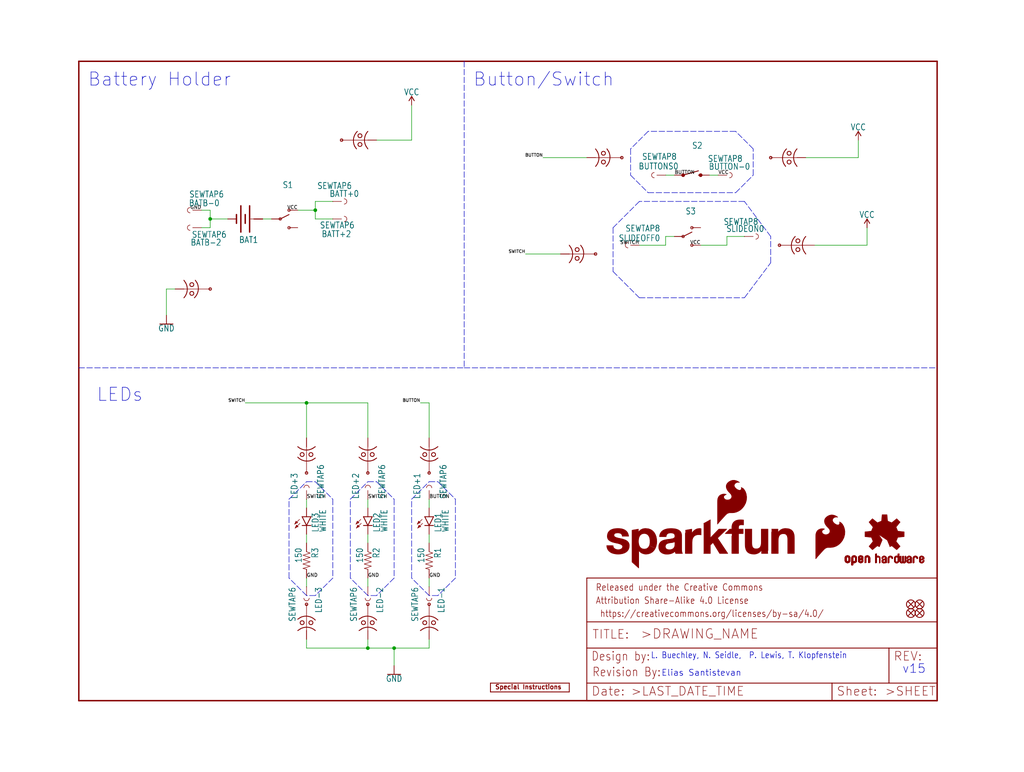
<source format=kicad_sch>
(kicad_sch (version 20211123) (generator eeschema)
  (paper "User" 297.002 223.926)
  (lib_symbols
    (symbol "eagleSchem-eagle-import:150OHM-1{slash}10W-1%(0603)"
      (property "Reference" "R" (at -3.81 1.4986 0))
      (property "Value" "150OHM-1{slash}10W-1%(0603)" (at -3.81 -3.302 0))
      (symbol "150OHM-1{slash}10W-1%(0603)_1_0"
        (pin passive line (at -5.08 0 0) (length 2.54) (name "1") (number "1"))
        (pin passive line (at 5.08 0 180) (length 2.54) (name "2") (number "2"))
      )
    )
    (symbol "eagleSchem-eagle-import:BATTERY20MM_4LEGS"
      (property "Reference" "BAT" (at -3.81 5.08 0))
      (property "Value" "BATTERY20MM_4LEGS" (at -3.81 -6.35 0))
      (symbol "BATTERY20MM_4LEGS_1_0"
        (pin power_in line (at 5.08 0 180) (length 2.54) (name "-") (number "NEGATIVE"))
        (pin power_in line (at -5.08 0 0) (length 2.54) (name "+") (number "POSITIVE@1"))
        (pin power_in line (at -5.08 0 0) (length 2.54) (name "+") (number "POSITIVE@2"))
        (pin power_in line (at -5.08 0 0) (length 2.54) (name "+") (number "POSITIVE@3"))
        (pin power_in line (at -5.08 0 0) (length 2.54) (name "+") (number "POSITIVE@4"))
      )
    )
    (symbol "eagleSchem-eagle-import:FIDUCIALUFIDUCIAL")
    (symbol "eagleSchem-eagle-import:FRAME-LETTER"
      (symbol "FRAME-LETTER_2_0"
        (text " https://creativecommons.org/licenses/by-sa/4.0/" (at 2.54 24.13 0) (effects (font (size 1.9304 1.6408)) (justify left bottom)))
        (text ">DRAWING_NAME" (at 15.494 17.78 0) (effects (font (size 2.7432 2.7432)) (justify left bottom)))
        (text ">LAST_DATE_TIME" (at 12.7 1.27 0) (effects (font (size 2.54 2.54)) (justify left bottom)))
        (text ">SHEET" (at 86.36 1.27 0) (effects (font (size 2.54 2.54)) (justify left bottom)))
        (text "Attribution Share-Alike 4.0 License" (at 2.54 27.94 0) (effects (font (size 1.9304 1.6408)) (justify left bottom)))
        (text "Date:" (at 1.27 1.27 0) (effects (font (size 2.54 2.54)) (justify left bottom)))
        (text "Design by:" (at 1.27 11.43 0) (effects (font (size 2.54 2.159)) (justify left bottom)))
        (text "Released under the Creative Commons" (at 2.54 31.75 0) (effects (font (size 1.9304 1.6408)) (justify left bottom)))
        (text "REV:" (at 88.9 11.43 0) (effects (font (size 2.54 2.54)) (justify left bottom)))
        (text "Sheet:" (at 72.39 1.27 0) (effects (font (size 2.54 2.54)) (justify left bottom)))
        (text "TITLE:" (at 1.524 17.78 0) (effects (font (size 2.54 2.54)) (justify left bottom)))
      )
    )
    (symbol "eagleSchem-eagle-import:GND" (power)
      (property "Value" "GND" (at 0 -0.254 0))
      (symbol "GND_1_0"
        (pin power_in line (at 0 2.54 270) (length 2.54) (name "GND") (number "1"))
      )
    )
    (symbol "eagleSchem-eagle-import:LED-WHITE1206"
      (property "Reference" "D" (at 3.556 -4.572 90))
      (property "Value" "LED-WHITE1206" (at 5.715 -4.572 90))
      (symbol "LED-WHITE1206_1_0"
        (pin passive line (at 0 2.54 270) (length 2.54) (name "A") (number "A"))
        (pin passive line (at 0 -5.08 90) (length 2.54) (name "C") (number "C"))
      )
    )
    (symbol "eagleSchem-eagle-import:MOUSE-BITE-12_HOLES"
      (symbol "MOUSE-BITE-12_HOLES_1_0"
        (pin bidirectional line (at -2.54 0 0) (length 2.54) (name "P$1") (number "P$1"))
      )
    )
    (symbol "eagleSchem-eagle-import:OSHW-LOGOS")
    (symbol "eagleSchem-eagle-import:REVISION"
      (symbol "REVISION_1_0"
        (text "Revision By: " (at 0 0 0) (effects (font (size 2.54 2.159)) (justify left bottom)))
      )
    )
    (symbol "eagleSchem-eagle-import:SEWTAP6"
      (property "Reference" "JP" (at -2.54 2.54 0))
      (property "Value" "SEWTAP6" (at -2.54 -5.08 0))
      (symbol "SEWTAP6_1_0"
        (pin bidirectional line (at -2.54 0 180) (length 0) (name "1") (number "1"))
      )
    )
    (symbol "eagleSchem-eagle-import:SEWTAP8"
      (property "Reference" "JP" (at -2.54 2.54 0))
      (property "Value" "SEWTAP8" (at -2.54 -5.08 0))
      (symbol "SEWTAP8_1_0"
        (pin bidirectional line (at -2.54 0 180) (length 0) (name "1") (number "1"))
      )
    )
    (symbol "eagleSchem-eagle-import:SFE_LOGO_FLAME.1_INCH")
    (symbol "eagleSchem-eagle-import:SFE_LOGO_NAME_FLAME.1_INCH")
    (symbol "eagleSchem-eagle-import:SPECIAL_INSTRUCTIONS-ORDERING"
      (symbol "SPECIAL_INSTRUCTIONS-ORDERING_1_0"
        (text "Special Instructions" (at 1.27 0.6985 0) (effects (font (size 1.27 1.27) (thickness 0.254) bold) (justify left bottom)))
      )
    )
    (symbol "eagleSchem-eagle-import:SWITCH-MOMENTARY-2SMD"
      (property "Reference" "S" (at -2.54 2.54 0))
      (property "Value" "SWITCH-MOMENTARY-2SMD" (at -2.54 -2.54 0))
      (symbol "SWITCH-MOMENTARY-2SMD_1_0"
        (pin passive line (at -5.08 0 0) (length 2.54) (name "1") (number "1"))
        (pin passive line (at 5.08 0 180) (length 2.54) (name "2") (number "3"))
      )
    )
    (symbol "eagleSchem-eagle-import:SWITCH-SPDTSMD"
      (property "Reference" "S" (at -1.905 -6.35 0))
      (property "Value" "SWITCH-SPDTSMD" (at -2.54 3.81 0))
      (symbol "SWITCH-SPDTSMD_1_0"
        (pin passive line (at 5.08 2.54 180) (length 2.54) (name "O") (number "1"))
        (pin passive line (at -2.54 0 0) (length 2.54) (name "P") (number "2"))
        (pin passive line (at 5.08 -2.54 180) (length 2.54) (name "S") (number "3"))
      )
    )
    (symbol "eagleSchem-eagle-import:VCC" (power)
      (property "Value" "VCC" (at 0 2.794 0))
      (symbol "VCC_1_0"
        (pin power_in line (at 0 0 90) (length 2.54) (name "VCC") (number "1"))
      )
    )
  )
  (junction (at 91.44 60.96))
  (junction (at 106.68 187.96))
  (junction (at 114.3 187.96))
  (junction (at 60.96 63.5))
  (junction (at 88.9 116.84))
  (polyline (pts (xy 134.62 17.78) (xy 134.62 106.68)))
  (wire (pts (xy 251.46 71.12) (xy 251.46 66.04)))
  (polyline (pts (xy 213.36 38.1) (xy 187.96 38.1)))
  (wire (pts (xy 88.9 144.78) (xy 88.9 147.32)))
  (wire (pts (xy 106.68 187.96) (xy 114.3 187.96)))
  (wire (pts (xy 66.04 63.5) (xy 60.96 63.5)))
  (wire (pts (xy 236.22 71.12) (xy 251.46 71.12)))
  (polyline (pts (xy 109.22 139.7) (xy 114.3 144.78)))
  (wire (pts (xy 106.68 127) (xy 106.68 116.84)))
  (polyline (pts (xy 114.3 167.64) (xy 109.22 172.72)))
  (polyline (pts (xy 83.82 144.78) (xy 88.9 139.7)))
  (wire (pts (xy 48.26 83.82) (xy 48.26 91.44)))
  (wire (pts (xy 88.9 116.84) (xy 71.12 116.84)))
  (wire (pts (xy 88.9 187.96) (xy 106.68 187.96)))
  (polyline (pts (xy 91.44 172.72) (xy 88.9 172.72)))
  (polyline (pts (xy 218.44 43.18) (xy 213.36 38.1)))
  (wire (pts (xy 121.92 116.84) (xy 124.46 116.84)))
  (polyline (pts (xy 223.52 76.2) (xy 223.52 68.58)))
  (wire (pts (xy 76.2 63.5) (xy 78.74 63.5)))
  (wire (pts (xy 203.2 71.12) (xy 210.82 71.12)))
  (wire (pts (xy 193.04 68.58) (xy 195.58 68.58)))
  (wire (pts (xy 193.04 71.12) (xy 193.04 68.58)))
  (wire (pts (xy 88.9 167.64) (xy 88.9 170.18)))
  (polyline (pts (xy 96.52 167.64) (xy 91.44 172.72)))
  (wire (pts (xy 233.68 45.72) (xy 248.92 45.72)))
  (polyline (pts (xy 185.42 58.42) (xy 177.8 66.04)))
  (polyline (pts (xy 127 139.7) (xy 132.08 144.78)))
  (wire (pts (xy 119.38 30.48) (xy 119.38 40.64)))
  (polyline (pts (xy 114.3 144.78) (xy 114.3 167.64)))
  (polyline (pts (xy 182.88 50.8) (xy 187.96 55.88)))
  (wire (pts (xy 210.82 71.12) (xy 210.82 68.58)))
  (polyline (pts (xy 101.6 144.78) (xy 106.68 139.7)))
  (polyline (pts (xy 106.68 139.7) (xy 109.22 139.7)))
  (wire (pts (xy 124.46 144.78) (xy 124.46 147.32)))
  (polyline (pts (xy 132.08 144.78) (xy 132.08 167.64)))
  (polyline (pts (xy 177.8 78.74) (xy 185.42 86.36)))
  (wire (pts (xy 162.56 73.66) (xy 152.4 73.66)))
  (wire (pts (xy 114.3 187.96) (xy 114.3 193.04)))
  (polyline (pts (xy 109.22 172.72) (xy 106.68 172.72)))
  (polyline (pts (xy 127 172.72) (xy 124.46 172.72)))
  (polyline (pts (xy 187.96 55.88) (xy 213.36 55.88)))
  (wire (pts (xy 106.68 154.94) (xy 106.68 157.48)))
  (wire (pts (xy 185.42 71.12) (xy 193.04 71.12)))
  (polyline (pts (xy 83.82 167.64) (xy 83.82 144.78)))
  (wire (pts (xy 60.96 63.5) (xy 60.96 66.04)))
  (polyline (pts (xy 124.46 172.72) (xy 119.38 167.64)))
  (wire (pts (xy 124.46 154.94) (xy 124.46 157.48)))
  (polyline (pts (xy 119.38 167.64) (xy 119.38 144.78)))
  (polyline (pts (xy 96.52 144.78) (xy 96.52 167.64)))
  (polyline (pts (xy 182.88 43.18) (xy 182.88 50.8)))
  (polyline (pts (xy 213.36 55.88) (xy 218.44 50.8)))
  (polyline (pts (xy 187.96 38.1) (xy 182.88 43.18)))
  (polyline (pts (xy 91.44 139.7) (xy 96.52 144.78)))
  (polyline (pts (xy 134.62 106.68) (xy 271.78 106.68)))
  (polyline (pts (xy 132.08 167.64) (xy 127 172.72)))
  (polyline (pts (xy 124.46 139.7) (xy 127 139.7)))
  (wire (pts (xy 124.46 185.42) (xy 124.46 187.96)))
  (wire (pts (xy 119.38 40.64) (xy 109.22 40.64)))
  (wire (pts (xy 248.92 40.64) (xy 248.92 45.72)))
  (wire (pts (xy 91.44 60.96) (xy 91.44 58.42)))
  (wire (pts (xy 60.96 66.04) (xy 58.42 66.04)))
  (wire (pts (xy 170.18 45.72) (xy 157.48 45.72)))
  (polyline (pts (xy 218.44 50.8) (xy 218.44 43.18)))
  (wire (pts (xy 208.28 50.8) (xy 205.74 50.8)))
  (wire (pts (xy 91.44 63.5) (xy 91.44 60.96)))
  (polyline (pts (xy 88.9 172.72) (xy 83.82 167.64)))
  (wire (pts (xy 50.8 83.82) (xy 48.26 83.82)))
  (wire (pts (xy 106.68 185.42) (xy 106.68 187.96)))
  (wire (pts (xy 106.68 167.64) (xy 106.68 170.18)))
  (wire (pts (xy 91.44 58.42) (xy 96.52 58.42)))
  (wire (pts (xy 60.96 60.96) (xy 60.96 63.5)))
  (wire (pts (xy 124.46 127) (xy 124.46 116.84)))
  (wire (pts (xy 88.9 185.42) (xy 88.9 187.96)))
  (wire (pts (xy 88.9 127) (xy 88.9 116.84)))
  (wire (pts (xy 88.9 154.94) (xy 88.9 157.48)))
  (polyline (pts (xy 119.38 144.78) (xy 124.46 139.7)))
  (polyline (pts (xy 88.9 139.7) (xy 91.44 139.7)))
  (polyline (pts (xy 215.9 58.42) (xy 185.42 58.42)))
  (wire (pts (xy 124.46 187.96) (xy 114.3 187.96)))
  (polyline (pts (xy 106.68 172.72) (xy 101.6 167.64)))
  (polyline (pts (xy 215.9 86.36) (xy 223.52 76.2)))
  (polyline (pts (xy 177.8 66.04) (xy 177.8 78.74)))
  (polyline (pts (xy 223.52 68.58) (xy 215.9 58.42)))
  (wire (pts (xy 124.46 167.64) (xy 124.46 170.18)))
  (wire (pts (xy 195.58 50.8) (xy 193.04 50.8)))
  (wire (pts (xy 210.82 68.58) (xy 215.9 68.58)))
  (wire (pts (xy 96.52 63.5) (xy 91.44 63.5)))
  (polyline (pts (xy 101.6 167.64) (xy 101.6 144.78)))
  (wire (pts (xy 58.42 60.96) (xy 60.96 60.96)))
  (wire (pts (xy 106.68 144.78) (xy 106.68 147.32)))
  (polyline (pts (xy 185.42 86.36) (xy 215.9 86.36)))
  (wire (pts (xy 106.68 116.84) (xy 88.9 116.84)))
  (polyline (pts (xy 22.86 106.68) (xy 134.62 106.68)))
  (wire (pts (xy 86.36 60.96) (xy 91.44 60.96)))
  (text "Battery Holder" (at 25.4 25.4 180) (effects (font (size 3.81 3.81)) (justify left bottom)))
  (text "Button/Switch" (at 137.16 25.4 180) (effects (font (size 3.81 3.81)) (justify left bottom)))
  (text "LEDs" (at 27.94 116.84 180) (effects (font (size 3.81 3.81)) (justify left bottom)))
  (text "L. Buechley, N. Seidle,  P. Lewis, T. Klopfenstein" (at 188.722 191.262 0) (effects (font (size 1.778 1.5113)) (justify left bottom)))
  (text "Elias Santistevan" (at 191.77 196.342 180) (effects (font (size 1.778 1.778)) (justify left bottom)))
  (text "v15" (at 261.62 195.58 180) (effects (font (size 2.54 2.54)) (justify left bottom)))
  (label "SWITCH" (at 152.4 73.66 180) (effects (font (size 0.889 0.889))))
  (label "GND" (at 106.68 167.64 0) (effects (font (size 1.016 1.016))))
  (label "VCC" (at 208.28 50.8 0) (effects (font (size 1.016 1.016))))
  (label "VCC" (at 86.36 60.96 180) (effects (font (size 1.016 1.016))))
  (label "BUTTON" (at 195.58 50.8 0) (effects (font (size 1.016 1.016))))
  (label "GND" (at 58.42 60.96 180) (effects (font (size 1.016 1.016))))
  (label "SWITCH" (at 185.42 71.12 180) (effects (font (size 1.016 1.016))))
  (label "VCC" (at 203.2 71.12 180) (effects (font (size 1.016 1.016))))
  (label "BUTTON" (at 157.48 45.72 180) (effects (font (size 0.889 0.889))))
  (label "SWITCH" (at 88.9 144.78 0) (effects (font (size 1.016 1.016))))
  (label "BUTTON" (at 124.46 144.78 0) (effects (font (size 1.016 1.016))))
  (label "SWITCH" (at 106.68 144.78 0) (effects (font (size 1.016 1.016))))
  (label "BUTTON" (at 121.92 116.84 180) (effects (font (size 0.889 0.889))))
  (label "GND" (at 124.46 167.64 0) (effects (font (size 1.016 1.016))))
  (label "GND" (at 88.9 167.64 0) (effects (font (size 1.016 1.016))))
  (label "SWITCH" (at 71.12 116.84 180) (effects (font (size 0.889 0.889))))
  (symbol (lib_id "eagleSchem-eagle-import:MOUSE-BITE-12_HOLES") (at 106.68 129.54 270) (unit 1)
    (property "Reference" "MB4" (effects hide))
    (property "Value" "MOUSE-BITE-12_HOLES" (effects hide))
    (property "Footprint" "eagleSchem:MOUST-BITE-1-(2_HOLES)" (effects hide))
  )
  (symbol (lib_id "eagleSchem-eagle-import:MOUSE-BITE-12_HOLES") (at 88.9 129.54 270) (unit 1)
    (property "Reference" "MB5" (effects hide))
    (property "Value" "MOUSE-BITE-12_HOLES" (effects hide))
    (property "Footprint" "eagleSchem:MOUST-BITE-1-(2_HOLES)" (effects hide))
  )
  (symbol (lib_id "eagleSchem-eagle-import:SWITCH-SPDTSMD") (at 81.28 63.5 0) (unit 1)
    (property "Reference" "S1" (at 81.915 54.61 0) (effects (font (size 1.778 1.5113)) (justify left bottom)))
    (property "Value" "S1" (effects hide))
    (property "Footprint" "eagleSchem:AYZ0202" (effects hide))
  )
  (symbol (lib_id "eagleSchem-eagle-import:SEWTAP6") (at 124.46 142.24 90) (unit 1)
    (property "Reference" "LED+1" (at 121.92 144.78 0) (effects (font (size 1.778 1.5113)) (justify left bottom)))
    (property "Value" "SEWTAP6" (at 129.54 144.78 0) (effects (font (size 1.778 1.5113)) (justify left bottom)))
    (property "Footprint" "eagleSchem:PETAL-SMALL-2SIDE" (effects hide))
  )
  (symbol (lib_id "eagleSchem-eagle-import:FIDUCIALUFIDUCIAL") (at 264.16 177.8 0) (unit 1)
    (property "Reference" "FD2" (effects hide))
    (property "Value" "FIDUCIALUFIDUCIAL" (effects hide))
    (property "Footprint" "eagleSchem:MICRO-FIDUCIAL" (effects hide))
  )
  (symbol (lib_id "eagleSchem-eagle-import:SEWTAP6") (at 88.9 172.72 270) (unit 1)
    (property "Reference" "LED-3" (at 91.44 170.18 0) (effects (font (size 1.778 1.5113)) (justify left bottom)))
    (property "Value" "SEWTAP6" (at 83.82 170.18 0) (effects (font (size 1.778 1.5113)) (justify left bottom)))
    (property "Footprint" "eagleSchem:PETAL-SMALL-2SIDE" (effects hide))
  )
  (symbol (lib_id "eagleSchem-eagle-import:LED-WHITE1206") (at 106.68 149.86 0) (unit 1)
    (property "Reference" "LED2" (at 110.236 154.432 90) (effects (font (size 1.778 1.5113)) (justify left bottom)))
    (property "Value" "WHITE" (at 112.395 154.432 90) (effects (font (size 1.778 1.5113)) (justify left bottom)))
    (property "Footprint" "eagleSchem:LED-1206" (effects hide))
  )
  (symbol (lib_id "eagleSchem-eagle-import:GND") (at 114.3 195.58 0) (unit 1)
    (property "Reference" "#GND17" (effects hide))
    (property "Value" "GND" (at 114.3 195.834 0) (effects (font (size 1.778 1.5113)) (justify top)))
    (property "Footprint" "eagleSchem:" (effects hide))
  )
  (symbol (lib_id "eagleSchem-eagle-import:SWITCH-MOMENTARY-2SMD") (at 200.66 50.8 0) (unit 1)
    (property "Reference" "S2" (at 200.66 43.18 0) (effects (font (size 1.778 1.5113)) (justify left bottom)))
    (property "Value" "SWITCH-MOMENTARY-2SMD" (effects hide))
    (property "Footprint" "eagleSchem:TACTILE-SWITCH-SMD" (effects hide))
  )
  (symbol (lib_id "eagleSchem-eagle-import:VCC") (at 248.92 40.64 0) (unit 1)
    (property "Reference" "#P+2" (effects hide))
    (property "Value" "VCC" (at 248.92 37.846 0) (effects (font (size 1.778 1.5113)) (justify bottom)))
    (property "Footprint" "eagleSchem:" (effects hide))
  )
  (symbol (lib_id "eagleSchem-eagle-import:SEWTAP6") (at 99.06 58.42 0) (unit 1)
    (property "Reference" "BATT+0" (at 95.504 57.15 0) (effects (font (size 1.778 1.5113)) (justify left bottom)))
    (property "Value" "SEWTAP6" (at 91.948 54.864 0) (effects (font (size 1.778 1.5113)) (justify left bottom)))
    (property "Footprint" "eagleSchem:PETAL-SMALL-2SIDE" (effects hide))
  )
  (symbol (lib_id "eagleSchem-eagle-import:FRAME-LETTER") (at 22.86 203.2 0) (unit 1)
    (property "Reference" "FRAME1" (effects hide))
    (property "Value" "FRAME-LETTER" (effects hide))
    (property "Footprint" "eagleSchem:CREATIVE_COMMONS" (effects hide))
  )
  (symbol (lib_id "eagleSchem-eagle-import:GND") (at 48.26 93.98 0) (unit 1)
    (property "Reference" "#GND1" (effects hide))
    (property "Value" "GND" (at 48.26 94.234 0) (effects (font (size 1.778 1.5113)) (justify top)))
    (property "Footprint" "eagleSchem:" (effects hide))
  )
  (symbol (lib_id "eagleSchem-eagle-import:OSHW-LOGOS") (at 256.54 154.94 0) (unit 1)
    (property "Reference" "LOGO2" (effects hide))
    (property "Value" "OSHW-LOGOS" (effects hide))
    (property "Footprint" "eagleSchem:OSHW-LOGO-S" (effects hide))
  )
  (symbol (lib_id "eagleSchem-eagle-import:SWITCH-SPDTSMD") (at 198.12 68.58 0) (unit 1)
    (property "Reference" "S3" (at 198.755 62.23 0) (effects (font (size 1.778 1.5113)) (justify left bottom)))
    (property "Value" "S3" (effects hide))
    (property "Footprint" "eagleSchem:AYZ0202" (effects hide))
  )
  (symbol (lib_id "eagleSchem-eagle-import:REVISION") (at 171.704 196.342 0) (unit 1)
    (property "Reference" "U$1" (effects hide))
    (property "Value" "REVISION" (effects hide))
    (property "Footprint" "eagleSchem:REVISION" (effects hide))
  )
  (symbol (lib_id "eagleSchem-eagle-import:FIDUCIALUFIDUCIAL") (at 266.7 175.26 0) (unit 1)
    (property "Reference" "FD4" (effects hide))
    (property "Value" "FIDUCIALUFIDUCIAL" (effects hide))
    (property "Footprint" "eagleSchem:MICRO-FIDUCIAL" (effects hide))
  )
  (symbol (lib_id "eagleSchem-eagle-import:SFE_LOGO_FLAME.1_INCH") (at 236.22 162.56 0) (unit 1)
    (property "Reference" "LOGO1" (effects hide))
    (property "Value" "SFE_LOGO_FLAME.1_INCH" (effects hide))
    (property "Footprint" "eagleSchem:SFE_LOGO_FLAME_.1" (effects hide))
  )
  (symbol (lib_id "eagleSchem-eagle-import:MOUSE-BITE-12_HOLES") (at 172.72 45.72 0) (unit 1)
    (property "Reference" "MB9" (effects hide))
    (property "Value" "MOUSE-BITE-12_HOLES" (effects hide))
    (property "Footprint" "eagleSchem:MOUST-BITE-1-(2_HOLES)" (effects hide))
  )
  (symbol (lib_id "eagleSchem-eagle-import:SEWTAP6") (at 124.46 172.72 270) (unit 1)
    (property "Reference" "LED-1" (at 127 170.18 0) (effects (font (size 1.778 1.5113)) (justify left bottom)))
    (property "Value" "SEWTAP6" (at 119.38 170.18 0) (effects (font (size 1.778 1.5113)) (justify left bottom)))
    (property "Footprint" "eagleSchem:PETAL-SMALL-2SIDE" (effects hide))
  )
  (symbol (lib_id "eagleSchem-eagle-import:150OHM-1{slash}10W-1%(0603)") (at 124.46 162.56 270) (unit 1)
    (property "Reference" "R1" (at 125.9586 158.75 0) (effects (font (size 1.778 1.5113)) (justify left bottom)))
    (property "Value" "150" (at 121.158 158.75 0) (effects (font (size 1.778 1.5113)) (justify left bottom)))
    (property "Footprint" "eagleSchem:0603-RES" (effects hide))
  )
  (symbol (lib_id "eagleSchem-eagle-import:150OHM-1{slash}10W-1%(0603)") (at 88.9 162.56 270) (unit 1)
    (property "Reference" "R3" (at 90.3986 158.75 0) (effects (font (size 1.778 1.5113)) (justify left bottom)))
    (property "Value" "150" (at 85.598 158.75 0) (effects (font (size 1.778 1.5113)) (justify left bottom)))
    (property "Footprint" "eagleSchem:0603-RES" (effects hide))
  )
  (symbol (lib_id "eagleSchem-eagle-import:MOUSE-BITE-12_HOLES") (at 106.68 40.64 180) (unit 1)
    (property "Reference" "MB+0" (effects hide))
    (property "Value" "MOUSE-BITE-12_HOLES" (effects hide))
    (property "Footprint" "eagleSchem:MOUST-BITE-1-(2_HOLES)" (effects hide))
  )
  (symbol (lib_id "eagleSchem-eagle-import:VCC") (at 251.46 66.04 0) (unit 1)
    (property "Reference" "#P+3" (effects hide))
    (property "Value" "VCC" (at 251.46 63.246 0) (effects (font (size 1.778 1.5113)) (justify bottom)))
    (property "Footprint" "eagleSchem:" (effects hide))
  )
  (symbol (lib_id "eagleSchem-eagle-import:SEWTAP6") (at 99.06 63.5 0) (unit 1)
    (property "Reference" "BATT+2" (at 93.218 68.834 0) (effects (font (size 1.778 1.5113)) (justify left bottom)))
    (property "Value" "SEWTAP6" (at 92.71 66.294 0) (effects (font (size 1.778 1.5113)) (justify left bottom)))
    (property "Footprint" "eagleSchem:PETAL-SMALL-2SIDE" (effects hide))
  )
  (symbol (lib_id "eagleSchem-eagle-import:150OHM-1{slash}10W-1%(0603)") (at 106.68 162.56 270) (unit 1)
    (property "Reference" "R2" (at 108.1786 158.75 0) (effects (font (size 1.778 1.5113)) (justify left bottom)))
    (property "Value" "150" (at 103.378 158.75 0) (effects (font (size 1.778 1.5113)) (justify left bottom)))
    (property "Footprint" "eagleSchem:0603-RES" (effects hide))
  )
  (symbol (lib_id "eagleSchem-eagle-import:SFE_LOGO_NAME_FLAME.1_INCH") (at 175.26 165.1 0) (unit 1)
    (property "Reference" "LOGO3" (effects hide))
    (property "Value" "SFE_LOGO_NAME_FLAME.1_INCH" (effects hide))
    (property "Footprint" "eagleSchem:SFE_LOGO_NAME_FLAME_.1" (effects hide))
  )
  (symbol (lib_id "eagleSchem-eagle-import:SEWTAP6") (at 88.9 142.24 90) (unit 1)
    (property "Reference" "LED+3" (at 86.36 144.78 0) (effects (font (size 1.778 1.5113)) (justify left bottom)))
    (property "Value" "SEWTAP6" (at 93.98 144.78 0) (effects (font (size 1.778 1.5113)) (justify left bottom)))
    (property "Footprint" "eagleSchem:PETAL-SMALL-2SIDE" (effects hide))
  )
  (symbol (lib_id "eagleSchem-eagle-import:SEWTAP6") (at 106.68 142.24 90) (unit 1)
    (property "Reference" "LED+2" (at 104.14 144.78 0) (effects (font (size 1.778 1.5113)) (justify left bottom)))
    (property "Value" "SEWTAP6" (at 111.76 144.78 0) (effects (font (size 1.778 1.5113)) (justify left bottom)))
    (property "Footprint" "eagleSchem:PETAL-SMALL-2SIDE" (effects hide))
  )
  (symbol (lib_id "eagleSchem-eagle-import:SEWTAP6") (at 55.88 66.04 180) (unit 1)
    (property "Reference" "BATB-2" (at 64.262 69.342 0) (effects (font (size 1.778 1.5113)) (justify left bottom)))
    (property "Value" "SEWTAP6" (at 65.786 67.056 0) (effects (font (size 1.778 1.5113)) (justify left bottom)))
    (property "Footprint" "eagleSchem:PETAL-SMALL-2SIDE" (effects hide))
  )
  (symbol (lib_id "eagleSchem-eagle-import:SPECIAL_INSTRUCTIONS-ORDERING") (at 142.24 200.66 0) (unit 1)
    (property "Reference" "U$9" (effects hide))
    (property "Value" "SPECIAL_INSTRUCTIONS-ORDERING" (effects hide))
    (property "Footprint" "eagleSchem:ORDERING_INSTRUCTIONS" (effects hide))
  )
  (symbol (lib_id "eagleSchem-eagle-import:MOUSE-BITE-12_HOLES") (at 233.68 71.12 180) (unit 1)
    (property "Reference" "MB1" (effects hide))
    (property "Value" "MOUSE-BITE-12_HOLES" (effects hide))
    (property "Footprint" "eagleSchem:MOUST-BITE-1-(2_HOLES)" (effects hide))
  )
  (symbol (lib_id "eagleSchem-eagle-import:MOUSE-BITE-12_HOLES") (at 165.1 73.66 0) (unit 1)
    (property "Reference" "MB10" (effects hide))
    (property "Value" "MOUSE-BITE-12_HOLES" (effects hide))
    (property "Footprint" "eagleSchem:MOUST-BITE-1-(2_HOLES)" (effects hide))
  )
  (symbol (lib_id "eagleSchem-eagle-import:MOUSE-BITE-12_HOLES") (at 53.34 83.82 0) (unit 1)
    (property "Reference" "MB-0" (effects hide))
    (property "Value" "MOUSE-BITE-12_HOLES" (effects hide))
    (property "Footprint" "eagleSchem:MOUST-BITE-1-(2_HOLES)" (effects hide))
  )
  (symbol (lib_id "eagleSchem-eagle-import:SEWTAP8") (at 190.5 50.8 180) (unit 1)
    (property "Reference" "BUTTONS0" (at 196.85 47.244 0) (effects (font (size 1.778 1.5113)) (justify left bottom)))
    (property "Value" "SEWTAP8" (at 196.342 44.45 0) (effects (font (size 1.778 1.5113)) (justify left bottom)))
    (property "Footprint" "eagleSchem:PETAL-MEDIUM-2SIDE" (effects hide))
  )
  (symbol (lib_id "eagleSchem-eagle-import:FRAME-LETTER") (at 170.18 203.2 0) (unit 2)
    (property "Reference" "FRAME1" (effects hide))
    (property "Value" "FRAME-LETTER" (effects hide))
    (property "Footprint" "eagleSchem:CREATIVE_COMMONS" (effects hide))
  )
  (symbol (lib_id "eagleSchem-eagle-import:SEWTAP8") (at 210.82 50.8 0) (unit 1)
    (property "Reference" "BUTTON-0" (at 205.486 49.276 0) (effects (font (size 1.778 1.5113)) (justify left bottom)))
    (property "Value" "SEWTAP8" (at 205.232 46.99 0) (effects (font (size 1.778 1.5113)) (justify left bottom)))
    (property "Footprint" "eagleSchem:PETAL-MEDIUM-2SIDE" (effects hide))
  )
  (symbol (lib_id "eagleSchem-eagle-import:MOUSE-BITE-12_HOLES") (at 124.46 182.88 90) (unit 1)
    (property "Reference" "MB8" (effects hide))
    (property "Value" "MOUSE-BITE-12_HOLES" (effects hide))
    (property "Footprint" "eagleSchem:MOUST-BITE-1-(2_HOLES)" (effects hide))
  )
  (symbol (lib_id "eagleSchem-eagle-import:FIDUCIALUFIDUCIAL") (at 264.16 175.26 0) (unit 1)
    (property "Reference" "FD3" (effects hide))
    (property "Value" "FIDUCIALUFIDUCIAL" (effects hide))
    (property "Footprint" "eagleSchem:MICRO-FIDUCIAL" (effects hide))
  )
  (symbol (lib_id "eagleSchem-eagle-import:MOUSE-BITE-12_HOLES") (at 124.46 129.54 270) (unit 1)
    (property "Reference" "MB3" (effects hide))
    (property "Value" "MOUSE-BITE-12_HOLES" (effects hide))
    (property "Footprint" "eagleSchem:MOUST-BITE-1-(2_HOLES)" (effects hide))
  )
  (symbol (lib_id "eagleSchem-eagle-import:FIDUCIALUFIDUCIAL") (at 266.7 177.8 0) (unit 1)
    (property "Reference" "FD1" (effects hide))
    (property "Value" "FIDUCIALUFIDUCIAL" (effects hide))
    (property "Footprint" "eagleSchem:MICRO-FIDUCIAL" (effects hide))
  )
  (symbol (lib_id "eagleSchem-eagle-import:MOUSE-BITE-12_HOLES") (at 106.68 182.88 90) (unit 1)
    (property "Reference" "MB7" (effects hide))
    (property "Value" "MOUSE-BITE-12_HOLES" (effects hide))
    (property "Footprint" "eagleSchem:MOUST-BITE-1-(2_HOLES)" (effects hide))
  )
  (symbol (lib_id "eagleSchem-eagle-import:SEWTAP6") (at 106.68 172.72 270) (unit 1)
    (property "Reference" "LED-2" (at 109.22 170.18 0) (effects (font (size 1.778 1.5113)) (justify left bottom)))
    (property "Value" "SEWTAP6" (at 101.6 170.18 0) (effects (font (size 1.778 1.5113)) (justify left bottom)))
    (property "Footprint" "eagleSchem:PETAL-SMALL-2SIDE" (effects hide))
  )
  (symbol (lib_id "eagleSchem-eagle-import:MOUSE-BITE-12_HOLES") (at 231.14 45.72 180) (unit 1)
    (property "Reference" "MB2" (effects hide))
    (property "Value" "MOUSE-BITE-12_HOLES" (effects hide))
    (property "Footprint" "eagleSchem:MOUST-BITE-1-(2_HOLES)" (effects hide))
  )
  (symbol (lib_id "eagleSchem-eagle-import:SEWTAP6") (at 55.88 60.96 180) (unit 1)
    (property "Reference" "BATB-0" (at 63.754 57.912 0) (effects (font (size 1.778 1.5113)) (justify left bottom)))
    (property "Value" "SEWTAP6" (at 65.024 55.372 0) (effects (font (size 1.778 1.5113)) (justify left bottom)))
    (property "Footprint" "eagleSchem:PETAL-SMALL-2SIDE" (effects hide))
  )
  (symbol (lib_id "eagleSchem-eagle-import:LED-WHITE1206") (at 88.9 149.86 0) (unit 1)
    (property "Reference" "LED3" (at 92.456 154.432 90) (effects (font (size 1.778 1.5113)) (justify left bottom)))
    (property "Value" "WHITE" (at 94.615 154.432 90) (effects (font (size 1.778 1.5113)) (justify left bottom)))
    (property "Footprint" "eagleSchem:LED-1206" (effects hide))
  )
  (symbol (lib_id "eagleSchem-eagle-import:SEWTAP8") (at 182.88 71.12 180) (unit 1)
    (property "Reference" "SLIDEOFF0" (at 191.516 68.072 0) (effects (font (size 1.778 1.5113)) (justify left bottom)))
    (property "Value" "SEWTAP8" (at 191.516 65.278 0) (effects (font (size 1.778 1.5113)) (justify left bottom)))
    (property "Footprint" "eagleSchem:PETAL-MEDIUM-2SIDE" (effects hide))
  )
  (symbol (lib_id "eagleSchem-eagle-import:BATTERY20MM_4LEGS") (at 71.12 63.5 180) (unit 1)
    (property "Reference" "BAT1" (at 74.93 68.58 0) (effects (font (size 1.778 1.5113)) (justify left bottom)))
    (property "Value" "20mm coincell" (effects hide))
    (property "Footprint" "eagleSchem:BATTCON_20MM_4LEGS" (effects hide))
  )
  (symbol (lib_id "eagleSchem-eagle-import:SEWTAP8") (at 218.44 68.58 0) (unit 1)
    (property "Reference" "SLIDEON0" (at 210.566 67.31 0) (effects (font (size 1.778 1.5113)) (justify left bottom)))
    (property "Value" "SEWTAP8" (at 209.804 65.278 0) (effects (font (size 1.778 1.5113)) (justify left bottom)))
    (property "Footprint" "eagleSchem:PETAL-MEDIUM-2SIDE" (effects hide))
  )
  (symbol (lib_id "eagleSchem-eagle-import:VCC") (at 119.38 30.48 0) (unit 1)
    (property "Reference" "#P+1" (effects hide))
    (property "Value" "VCC" (at 119.38 27.686 0) (effects (font (size 1.778 1.5113)) (justify bottom)))
    (property "Footprint" "eagleSchem:" (effects hide))
  )
  (symbol (lib_id "eagleSchem-eagle-import:LED-WHITE1206") (at 124.46 149.86 0) (unit 1)
    (property "Reference" "LED1" (at 128.016 154.432 90) (effects (font (size 1.778 1.5113)) (justify left bottom)))
    (property "Value" "WHITE" (at 130.175 154.432 90) (effects (font (size 1.778 1.5113)) (justify left bottom)))
    (property "Footprint" "eagleSchem:LED-1206" (effects hide))
  )
  (symbol (lib_id "eagleSchem-eagle-import:MOUSE-BITE-12_HOLES") (at 88.9 182.88 90) (unit 1)
    (property "Reference" "MB6" (effects hide))
    (property "Value" "MOUSE-BITE-12_HOLES" (effects hide))
    (property "Footprint" "eagleSchem:MOUST-BITE-1-(2_HOLES)" (effects hide))
  )
)
</source>
